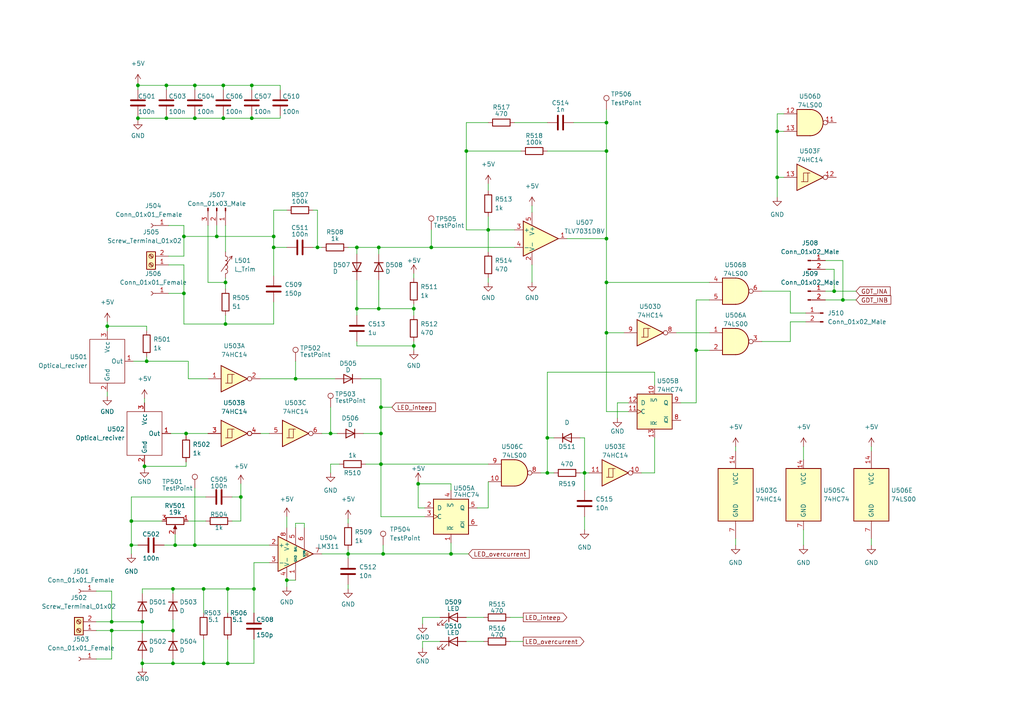
<source format=kicad_sch>
(kicad_sch (version 20211123) (generator eeschema)
  (paper "A4")
  (junction (at 73.025 24.765))
  (junction (at 110.49 134.62))
  (junction (at 40.005 24.765))
  (junction (at 32.385 182.88))
  (junction (at 41.91 135.255))
  (junction (at 79.375 68.58))
  (junction (at 56.515 158.115))
  (junction (at 120.015 100.33))
  (junction (at 225.425 38.1))
  (junction (at 175.895 43.815))
  (junction (at 42.545 104.775))
  (junction (at 66.04 170.815))
  (junction (at 95.885 125.73))
  (junction (at 41.275 180.34))
  (junction (at 62.865 68.58))
  (junction (at 120.015 89.535))
  (junction (at 64.77 34.29))
  (junction (at 59.055 192.405))
  (junction (at 109.855 71.755))
  (junction (at 175.895 69.215))
  (junction (at 66.04 192.405))
  (junction (at 141.605 66.675))
  (junction (at 121.285 140.335))
  (junction (at 158.75 127))
  (junction (at 48.26 34.29))
  (junction (at 65.405 93.98))
  (junction (at 41.275 192.405))
  (junction (at 92.075 71.755))
  (junction (at 50.165 182.88))
  (junction (at 32.385 180.34))
  (junction (at 64.77 24.765))
  (junction (at 135.255 43.815))
  (junction (at 169.545 137.16))
  (junction (at 56.515 34.29))
  (junction (at 110.49 118.11))
  (junction (at 50.165 192.405))
  (junction (at 85.725 109.855))
  (junction (at 50.8 158.115))
  (junction (at 53.34 68.58))
  (junction (at 130.81 160.655))
  (junction (at 48.26 24.765))
  (junction (at 65.405 81.915))
  (junction (at 59.055 170.815))
  (junction (at 73.025 34.29))
  (junction (at 103.505 71.755))
  (junction (at 109.855 89.535))
  (junction (at 175.895 96.52))
  (junction (at 50.165 170.815))
  (junction (at 69.85 144.145))
  (junction (at 40.005 34.29))
  (junction (at 244.475 86.995))
  (junction (at 53.975 125.73))
  (junction (at 103.505 89.535))
  (junction (at 56.515 24.765))
  (junction (at 38.1 151.13))
  (junction (at 53.34 85.09))
  (junction (at 201.93 101.6))
  (junction (at 79.375 71.755))
  (junction (at 31.115 94.615))
  (junction (at 175.895 35.56))
  (junction (at 110.49 125.73))
  (junction (at 38.1 158.115))
  (junction (at 125.095 71.755))
  (junction (at 241.935 84.455))
  (junction (at 158.75 137.16))
  (junction (at 83.185 168.275))
  (junction (at 73.66 170.815))
  (junction (at 175.895 81.915))
  (junction (at 111.125 160.655))
  (junction (at 225.425 51.435))
  (junction (at 100.965 160.655))
  (wire (pts (xy 158.75 127) (xy 158.75 137.16)))
  (wire (pts (xy 109.855 71.755) (xy 103.505 71.755)))
  (wire (pts (xy 149.225 35.56) (xy 158.75 35.56)))
  (wire (pts (xy 100.965 160.655) (xy 111.125 160.655)))
  (wire (pts (xy 66.04 192.405) (xy 59.055 192.405)))
  (wire (pts (xy 130.81 160.655) (xy 135.89 160.655)))
  (wire (pts (xy 154.305 76.835) (xy 154.305 81.915)))
  (wire (pts (xy 110.49 118.11) (xy 110.49 125.73)))
  (wire (pts (xy 175.895 96.52) (xy 180.975 96.52)))
  (wire (pts (xy 225.425 33.02) (xy 225.425 38.1)))
  (wire (pts (xy 56.515 158.115) (xy 50.8 158.115)))
  (wire (pts (xy 158.75 107.95) (xy 158.75 127)))
  (wire (pts (xy 65.405 65.405) (xy 65.405 73.025)))
  (wire (pts (xy 213.36 129.54) (xy 213.36 130.81)))
  (wire (pts (xy 32.385 171.45) (xy 27.94 171.45)))
  (wire (pts (xy 225.425 38.1) (xy 227.33 38.1)))
  (wire (pts (xy 41.91 135.255) (xy 41.91 135.89)))
  (wire (pts (xy 158.75 137.16) (xy 160.655 137.16)))
  (wire (pts (xy 169.545 137.16) (xy 170.815 137.16)))
  (wire (pts (xy 168.275 127) (xy 169.545 127)))
  (wire (pts (xy 85.725 151.765) (xy 88.265 151.765)))
  (wire (pts (xy 141.605 53.34) (xy 141.605 55.245)))
  (wire (pts (xy 32.385 182.88) (xy 32.385 191.135)))
  (wire (pts (xy 79.375 71.755) (xy 83.185 71.755)))
  (wire (pts (xy 48.895 74.295) (xy 53.34 74.295)))
  (wire (pts (xy 48.26 24.765) (xy 40.005 24.765)))
  (wire (pts (xy 50.165 182.88) (xy 50.165 183.515)))
  (wire (pts (xy 111.125 160.655) (xy 130.81 160.655)))
  (wire (pts (xy 40.005 33.655) (xy 40.005 34.29)))
  (wire (pts (xy 31.115 113.665) (xy 31.115 114.935)))
  (wire (pts (xy 147.955 179.07) (xy 151.765 179.07)))
  (wire (pts (xy 229.235 90.805) (xy 233.68 90.805)))
  (wire (pts (xy 244.475 75.565) (xy 244.475 86.995)))
  (wire (pts (xy 156.845 137.16) (xy 158.75 137.16)))
  (wire (pts (xy 65.405 80.645) (xy 65.405 81.915)))
  (wire (pts (xy 241.935 84.455) (xy 248.285 84.455)))
  (wire (pts (xy 201.93 101.6) (xy 205.74 101.6)))
  (wire (pts (xy 135.255 66.675) (xy 141.605 66.675)))
  (wire (pts (xy 64.77 34.29) (xy 56.515 34.29)))
  (wire (pts (xy 233.045 153.67) (xy 233.045 158.115)))
  (wire (pts (xy 53.975 125.73) (xy 60.325 125.73)))
  (wire (pts (xy 130.81 142.24) (xy 130.81 140.335)))
  (wire (pts (xy 53.34 68.58) (xy 62.865 68.58)))
  (wire (pts (xy 103.505 89.535) (xy 109.855 89.535)))
  (wire (pts (xy 38.1 144.145) (xy 38.1 151.13)))
  (wire (pts (xy 103.505 100.33) (xy 120.015 100.33)))
  (wire (pts (xy 32.385 182.88) (xy 50.165 182.88)))
  (wire (pts (xy 122.555 186.055) (xy 122.555 187.96)))
  (wire (pts (xy 92.075 71.755) (xy 93.345 71.755)))
  (wire (pts (xy 48.895 76.835) (xy 53.34 76.835)))
  (wire (pts (xy 81.28 34.29) (xy 73.025 34.29)))
  (wire (pts (xy 175.895 31.75) (xy 175.895 35.56)))
  (wire (pts (xy 41.275 191.135) (xy 41.275 192.405)))
  (wire (pts (xy 201.93 116.84) (xy 197.485 116.84)))
  (wire (pts (xy 38.1 158.115) (xy 38.1 160.655)))
  (wire (pts (xy 73.66 170.815) (xy 73.66 177.8)))
  (wire (pts (xy 109.855 81.28) (xy 109.855 89.535)))
  (wire (pts (xy 227.33 33.02) (xy 225.425 33.02)))
  (wire (pts (xy 50.165 170.815) (xy 50.165 172.085)))
  (wire (pts (xy 100.965 71.755) (xy 103.505 71.755)))
  (wire (pts (xy 189.865 137.16) (xy 189.865 127)))
  (wire (pts (xy 41.275 179.705) (xy 41.275 180.34)))
  (wire (pts (xy 103.505 99.06) (xy 103.505 100.33)))
  (wire (pts (xy 40.005 24.13) (xy 40.005 24.765)))
  (wire (pts (xy 38.735 104.775) (xy 42.545 104.775)))
  (wire (pts (xy 125.095 71.755) (xy 149.225 71.755)))
  (wire (pts (xy 103.505 81.28) (xy 103.505 89.535)))
  (wire (pts (xy 111.125 158.115) (xy 111.125 160.655)))
  (wire (pts (xy 41.91 134.62) (xy 41.91 135.255)))
  (wire (pts (xy 73.66 185.42) (xy 73.66 192.405)))
  (wire (pts (xy 90.805 71.755) (xy 92.075 71.755)))
  (wire (pts (xy 225.425 51.435) (xy 227.33 51.435)))
  (wire (pts (xy 229.235 99.06) (xy 220.98 99.06)))
  (wire (pts (xy 79.375 60.96) (xy 79.375 68.58)))
  (wire (pts (xy 100.965 150.495) (xy 100.965 151.765)))
  (wire (pts (xy 175.895 69.215) (xy 175.895 81.915)))
  (wire (pts (xy 93.345 160.655) (xy 100.965 160.655)))
  (wire (pts (xy 182.245 119.38) (xy 175.895 119.38)))
  (wire (pts (xy 233.045 129.54) (xy 233.045 133.35)))
  (wire (pts (xy 27.94 182.88) (xy 32.385 182.88)))
  (wire (pts (xy 135.255 186.055) (xy 140.335 186.055)))
  (wire (pts (xy 123.19 149.86) (xy 110.49 149.86)))
  (wire (pts (xy 100.965 159.385) (xy 100.965 160.655)))
  (wire (pts (xy 186.055 137.16) (xy 189.865 137.16)))
  (wire (pts (xy 100.965 160.655) (xy 100.965 161.925)))
  (wire (pts (xy 252.73 156.21) (xy 252.73 158.115)))
  (wire (pts (xy 65.405 81.915) (xy 65.405 83.82)))
  (wire (pts (xy 62.865 65.405) (xy 62.865 68.58)))
  (wire (pts (xy 141.605 81.915) (xy 141.605 80.645)))
  (wire (pts (xy 103.505 71.755) (xy 103.505 73.66)))
  (wire (pts (xy 141.605 66.675) (xy 149.225 66.675)))
  (wire (pts (xy 104.775 109.855) (xy 110.49 109.855)))
  (wire (pts (xy 109.855 71.755) (xy 125.095 71.755)))
  (wire (pts (xy 175.895 96.52) (xy 175.895 119.38)))
  (wire (pts (xy 48.26 24.765) (xy 48.26 26.035)))
  (wire (pts (xy 83.185 149.86) (xy 83.185 153.035)))
  (wire (pts (xy 60.325 65.405) (xy 60.325 81.915)))
  (wire (pts (xy 65.405 91.44) (xy 65.405 93.98)))
  (wire (pts (xy 42.545 95.885) (xy 42.545 94.615)))
  (wire (pts (xy 62.865 68.58) (xy 79.375 68.58)))
  (wire (pts (xy 73.025 24.765) (xy 73.025 26.035)))
  (wire (pts (xy 166.37 35.56) (xy 175.895 35.56)))
  (wire (pts (xy 130.81 140.335) (xy 121.285 140.335)))
  (wire (pts (xy 48.26 24.765) (xy 56.515 24.765)))
  (wire (pts (xy 88.265 151.765) (xy 88.265 153.035)))
  (wire (pts (xy 109.855 71.755) (xy 109.855 73.66)))
  (wire (pts (xy 121.285 147.32) (xy 123.19 147.32)))
  (wire (pts (xy 38.1 158.115) (xy 40.005 158.115)))
  (wire (pts (xy 95.885 134.62) (xy 95.885 137.16)))
  (wire (pts (xy 66.04 185.42) (xy 66.04 192.405)))
  (wire (pts (xy 32.385 191.135) (xy 27.94 191.135)))
  (wire (pts (xy 53.34 74.295) (xy 53.34 68.58)))
  (wire (pts (xy 73.025 33.655) (xy 73.025 34.29)))
  (wire (pts (xy 59.055 185.42) (xy 59.055 192.405)))
  (wire (pts (xy 49.53 125.73) (xy 53.975 125.73)))
  (wire (pts (xy 229.235 93.345) (xy 229.235 99.06)))
  (wire (pts (xy 69.85 140.335) (xy 69.85 144.145)))
  (wire (pts (xy 169.545 137.16) (xy 169.545 142.24)))
  (wire (pts (xy 54.61 109.855) (xy 54.61 104.775)))
  (wire (pts (xy 175.895 43.815) (xy 175.895 69.215)))
  (wire (pts (xy 95.885 125.73) (xy 97.79 125.73)))
  (wire (pts (xy 75.565 109.855) (xy 85.725 109.855)))
  (wire (pts (xy 93.345 125.73) (xy 95.885 125.73)))
  (wire (pts (xy 105.41 125.73) (xy 110.49 125.73)))
  (wire (pts (xy 78.105 163.195) (xy 73.66 163.195)))
  (wire (pts (xy 138.43 147.32) (xy 141.605 147.32)))
  (wire (pts (xy 196.215 96.52) (xy 205.74 96.52)))
  (wire (pts (xy 239.395 86.995) (xy 244.475 86.995)))
  (wire (pts (xy 241.935 78.105) (xy 241.935 84.455)))
  (wire (pts (xy 47.625 158.115) (xy 50.8 158.115)))
  (wire (pts (xy 50.165 170.815) (xy 59.055 170.815)))
  (wire (pts (xy 158.75 43.815) (xy 175.895 43.815)))
  (wire (pts (xy 66.04 177.8) (xy 66.04 170.815)))
  (wire (pts (xy 241.935 84.455) (xy 239.395 84.455)))
  (wire (pts (xy 154.305 59.69) (xy 154.305 61.595)))
  (wire (pts (xy 53.34 85.09) (xy 48.895 85.09)))
  (wire (pts (xy 179.07 116.84) (xy 179.07 121.285)))
  (wire (pts (xy 56.515 24.765) (xy 64.77 24.765)))
  (wire (pts (xy 83.185 60.96) (xy 79.375 60.96)))
  (wire (pts (xy 56.515 141.605) (xy 56.515 158.115)))
  (wire (pts (xy 48.26 34.29) (xy 40.005 34.29)))
  (wire (pts (xy 141.605 73.025) (xy 141.605 66.675)))
  (wire (pts (xy 41.275 172.085) (xy 41.275 170.815)))
  (wire (pts (xy 42.545 104.775) (xy 42.545 103.505)))
  (wire (pts (xy 73.66 163.195) (xy 73.66 170.815)))
  (wire (pts (xy 81.28 33.655) (xy 81.28 34.29)))
  (wire (pts (xy 205.74 86.995) (xy 201.93 86.995)))
  (wire (pts (xy 54.61 104.775) (xy 42.545 104.775)))
  (wire (pts (xy 135.255 35.56) (xy 135.255 43.815)))
  (wire (pts (xy 53.34 65.405) (xy 48.895 65.405)))
  (wire (pts (xy 121.285 140.335) (xy 121.285 147.32)))
  (wire (pts (xy 27.94 180.34) (xy 32.385 180.34)))
  (wire (pts (xy 48.26 33.655) (xy 48.26 34.29)))
  (wire (pts (xy 40.005 34.29) (xy 40.005 34.925)))
  (wire (pts (xy 67.31 144.145) (xy 69.85 144.145)))
  (wire (pts (xy 233.68 93.345) (xy 229.235 93.345)))
  (wire (pts (xy 40.005 24.765) (xy 40.005 26.035)))
  (wire (pts (xy 41.275 180.34) (xy 41.275 183.515)))
  (wire (pts (xy 56.515 33.655) (xy 56.515 34.29)))
  (wire (pts (xy 110.49 125.73) (xy 110.49 134.62)))
  (wire (pts (xy 239.395 78.105) (xy 241.935 78.105)))
  (wire (pts (xy 125.095 66.675) (xy 125.095 71.755)))
  (wire (pts (xy 182.245 116.84) (xy 179.07 116.84)))
  (wire (pts (xy 90.805 60.96) (xy 92.075 60.96)))
  (wire (pts (xy 141.605 35.56) (xy 135.255 35.56)))
  (wire (pts (xy 175.895 81.915) (xy 175.895 96.52)))
  (wire (pts (xy 127.635 179.07) (xy 122.555 179.07)))
  (wire (pts (xy 50.165 191.135) (xy 50.165 192.405)))
  (wire (pts (xy 42.545 94.615) (xy 31.115 94.615)))
  (wire (pts (xy 169.545 127) (xy 169.545 137.16)))
  (wire (pts (xy 95.885 118.11) (xy 95.885 125.73)))
  (wire (pts (xy 109.855 89.535) (xy 120.015 89.535)))
  (wire (pts (xy 79.375 80.01) (xy 79.375 71.755)))
  (wire (pts (xy 189.865 111.76) (xy 189.865 107.95)))
  (wire (pts (xy 31.115 93.345) (xy 31.115 94.615)))
  (wire (pts (xy 110.49 109.855) (xy 110.49 118.11)))
  (wire (pts (xy 169.545 149.86) (xy 169.545 153.67)))
  (wire (pts (xy 213.36 156.21) (xy 213.36 158.115)))
  (wire (pts (xy 79.375 68.58) (xy 79.375 71.755)))
  (wire (pts (xy 225.425 51.435) (xy 225.425 57.15)))
  (wire (pts (xy 56.515 34.29) (xy 48.26 34.29)))
  (wire (pts (xy 56.515 158.115) (xy 78.105 158.115)))
  (wire (pts (xy 85.725 104.775) (xy 85.725 109.855)))
  (wire (pts (xy 225.425 38.1) (xy 225.425 51.435)))
  (wire (pts (xy 168.275 137.16) (xy 169.545 137.16)))
  (wire (pts (xy 64.77 33.655) (xy 64.77 34.29)))
  (wire (pts (xy 83.185 168.275) (xy 83.185 170.18)))
  (wire (pts (xy 79.375 93.98) (xy 79.375 87.63)))
  (wire (pts (xy 65.405 93.98) (xy 53.34 93.98)))
  (wire (pts (xy 32.385 180.34) (xy 41.275 180.34)))
  (wire (pts (xy 229.235 84.455) (xy 229.235 90.805)))
  (wire (pts (xy 53.975 125.73) (xy 53.975 126.365)))
  (wire (pts (xy 220.98 84.455) (xy 229.235 84.455)))
  (wire (pts (xy 32.385 171.45) (xy 32.385 180.34)))
  (wire (pts (xy 53.975 135.255) (xy 41.91 135.255)))
  (wire (pts (xy 60.325 81.915) (xy 65.405 81.915)))
  (wire (pts (xy 103.505 89.535) (xy 103.505 91.44)))
  (wire (pts (xy 85.725 153.035) (xy 85.725 151.765)))
  (wire (pts (xy 158.75 127) (xy 160.655 127)))
  (wire (pts (xy 64.77 24.765) (xy 73.025 24.765)))
  (wire (pts (xy 38.1 151.13) (xy 46.99 151.13)))
  (wire (pts (xy 73.025 34.29) (xy 64.77 34.29)))
  (wire (pts (xy 127.635 186.055) (xy 122.555 186.055)))
  (wire (pts (xy 151.13 43.815) (xy 135.255 43.815)))
  (wire (pts (xy 120.015 88.265) (xy 120.015 89.535)))
  (wire (pts (xy 121.285 139.7) (xy 121.285 140.335)))
  (wire (pts (xy 41.91 115.57) (xy 41.91 116.84)))
  (wire (pts (xy 50.165 179.705) (xy 50.165 182.88)))
  (wire (pts (xy 147.955 186.055) (xy 151.765 186.055)))
  (wire (pts (xy 53.34 76.835) (xy 53.34 85.09)))
  (wire (pts (xy 73.025 24.765) (xy 81.28 24.765)))
  (wire (pts (xy 201.93 101.6) (xy 201.93 116.84)))
  (wire (pts (xy 92.075 60.96) (xy 92.075 71.755)))
  (wire (pts (xy 81.28 26.035) (xy 81.28 24.765)))
  (wire (pts (xy 120.015 79.375) (xy 120.015 80.645)))
  (wire (pts (xy 252.73 129.54) (xy 252.73 130.81)))
  (wire (pts (xy 106.045 134.62) (xy 110.49 134.62)))
  (wire (pts (xy 50.8 158.115) (xy 50.8 154.94)))
  (wire (pts (xy 120.015 100.33) (xy 120.015 101.6)))
  (wire (pts (xy 120.015 89.535) (xy 120.015 91.44)))
  (wire (pts (xy 59.055 192.405) (xy 50.165 192.405)))
  (wire (pts (xy 141.605 62.865) (xy 141.605 66.675)))
  (wire (pts (xy 64.77 24.765) (xy 64.77 26.035)))
  (wire (pts (xy 122.555 179.07) (xy 122.555 180.975)))
  (wire (pts (xy 201.93 86.995) (xy 201.93 101.6)))
  (wire (pts (xy 50.165 192.405) (xy 41.275 192.405)))
  (wire (pts (xy 135.255 43.815) (xy 135.255 66.675)))
  (wire (pts (xy 83.185 168.275) (xy 85.725 168.275)))
  (wire (pts (xy 189.865 107.95) (xy 158.75 107.95)))
  (wire (pts (xy 244.475 86.995) (xy 248.285 86.995)))
  (wire (pts (xy 31.115 94.615) (xy 31.115 95.885)))
  (wire (pts (xy 41.275 192.405) (xy 41.275 193.675)))
  (wire (pts (xy 38.1 144.145) (xy 59.69 144.145)))
  (wire (pts (xy 120.015 100.33) (xy 120.015 99.06)))
  (wire (pts (xy 56.515 26.035) (xy 56.515 24.765)))
  (wire (pts (xy 98.425 134.62) (xy 95.885 134.62)))
  (wire (pts (xy 59.055 170.815) (xy 66.04 170.815)))
  (wire (pts (xy 38.1 151.13) (xy 38.1 158.115)))
  (wire (pts (xy 60.325 109.855) (xy 54.61 109.855)))
  (wire (pts (xy 53.975 133.985) (xy 53.975 135.255)))
  (wire (pts (xy 130.81 160.655) (xy 130.81 157.48)))
  (wire (pts (xy 53.34 93.98) (xy 53.34 85.09)))
  (wire (pts (xy 110.49 118.11) (xy 113.665 118.11)))
  (wire (pts (xy 175.895 69.215) (xy 164.465 69.215)))
  (wire (pts (xy 75.565 125.73) (xy 78.105 125.73)))
  (wire (pts (xy 53.34 68.58) (xy 53.34 65.405)))
  (wire (pts (xy 141.605 147.32) (xy 141.605 139.7)))
  (wire (pts (xy 65.405 93.98) (xy 79.375 93.98)))
  (wire (pts (xy 85.725 109.855) (xy 97.155 109.855)))
  (wire (pts (xy 135.255 179.07) (xy 140.335 179.07)))
  (wire (pts (xy 69.85 151.13) (xy 67.31 151.13)))
  (wire (pts (xy 110.49 134.62) (xy 141.605 134.62)))
  (wire (pts (xy 54.61 151.13) (xy 59.69 151.13)))
  (wire (pts (xy 59.055 177.8) (xy 59.055 170.815)))
  (wire (pts (xy 239.395 75.565) (xy 244.475 75.565)))
  (wire (pts (xy 69.85 144.145) (xy 69.85 151.13)))
  (wire (pts (xy 175.895 35.56) (xy 175.895 43.815)))
  (wire (pts (xy 110.49 149.86) (xy 110.49 134.62)))
  (wire (pts (xy 73.66 192.405) (xy 66.04 192.405)))
  (wire (pts (xy 41.275 170.815) (xy 50.165 170.815)))
  (wire (pts (xy 205.74 81.915) (xy 175.895 81.915)))
  (wire (pts (xy 66.04 170.815) (xy 73.66 170.815)))
  (wire (pts (xy 100.965 169.545) (xy 100.965 170.815)))
  (global_label "LED_inteep" (shape input) (at 113.665 118.11 0) (property "Intersheet References" "${INTERSHEET_REFS}" (effects hide)))
  (global_label "GDT_INB" (shape input) (at 248.285 86.995 0) (property "Intersheet References" "${INTERSHEET_REFS}" (effects hide)))
  (global_label "LED_overcurrent" (shape output) (at 151.765 186.055 0) (property "Intersheet References" "${INTERSHEET_REFS}" (effects hide)))
  (global_label "GDT_INA" (shape input) (at 248.285 84.455 0) (property "Intersheet References" "${INTERSHEET_REFS}" (effects hide)))
  (global_label "LED_overcurrent" (shape input) (at 135.89 160.655 0) (property "Intersheet References" "${INTERSHEET_REFS}" (effects hide)))
  (global_label "LED_inteep" (shape output) (at 151.765 179.07 0) (property "Intersheet References" "${INTERSHEET_REFS}" (effects hide)))
  (symbol (lib_id "Device:R") (at 120.015 84.455 0) (unit 1)
    (property "Reference" "R511" (at 121.92 83.1849 0) (effects (justify left)))
    (property "Value" "1k" (at 121.92 85.7249 0) (effects (justify left)))
    (property "Footprint" "Resistor_SMD:R_0805_2012Metric" (effects hide))
  )
  (symbol (lib_id "Device:R") (at 102.235 134.62 90) (unit 1)
    (property "Reference" "R510" (at 102.235 137.16 90))
    (property "Value" "1k" (at 102.235 132.08 90))
    (property "Footprint" "Resistor_SMD:R_0805_2012Metric" (effects hide))
  )
  (symbol (lib_id "power:GND") (at 213.36 158.115 0) (unit 1)
    (property "Reference" "#PWR0527" (effects hide))
    (property "Value" "GND" (at 213.36 163.195 0))
  )
  (symbol (lib_id "power:GND") (at 225.425 57.15 0) (unit 1)
    (property "Reference" "#PWR0528" (effects hide))
    (property "Value" "GND" (at 225.425 62.23 0))
  )
  (symbol (lib_id "Device:C") (at 48.26 29.845 0) (unit 1)
    (property "Reference" "C503" (at 48.895 27.94 0) (effects (justify left)))
    (property "Value" "100n" (at 48.895 32.385 0) (effects (justify left)))
    (property "Footprint" "Capacitor_SMD:C_0805_2012Metric" (effects hide))
  )
  (symbol (lib_id "74xx:74LS00") (at 149.225 137.16 0) (unit 3)
    (property "Reference" "U506" (at 148.59 129.54 0))
    (property "Value" "74LS00" (at 149.225 132.08 0))
    (property "Footprint" "Package_SO:SO-14_3.9x8.65mm_P1.27mm" (effects hide))
    (property "Datasheet" "http://www.ti.com/lit/gpn/sn74ls00" (effects hide))
  )
  (symbol (lib_id "Device:LED") (at 131.445 179.07 0) (unit 1)
    (property "Reference" "D509" (at 131.445 174.625 0))
    (property "Value" "LED" (at 131.445 176.53 0))
  )
  (symbol (lib_id "Device:R") (at 59.055 181.61 0) (unit 1)
    (property "Reference" "R503" (at 59.055 177.8 0) (effects (justify left)))
    (property "Value" "5.1" (at 60.325 179.705 0) (effects (justify left)))
    (property "Footprint" "Resistor_SMD:R_0805_2012Metric" (effects hide))
  )
  (symbol (lib_id "Fiber_Optic:Optical_reciver") (at 41.91 125.73 0) (unit 1)
    (property "Reference" "U502" (at 36.195 124.4599 0) (effects (justify right)))
    (property "Value" "Optical_reciver" (at 36.195 126.9999 0) (effects (justify right)))
    (property "Footprint" "OptoDevice:PLT135" (effects hide))
  )
  (symbol (lib_id "Device:R") (at 53.975 130.175 0) (unit 1)
    (property "Reference" "R502" (at 55.88 128.9049 0) (effects (justify left)))
    (property "Value" "1k" (at 55.88 131.4449 0) (effects (justify left)))
    (property "Footprint" "Resistor_SMD:R_0805_2012Metric" (effects hide))
  )
  (symbol (lib_id "Connector:Screw_Terminal_01x02") (at 43.815 76.835 180) (unit 1)
    (property "Reference" "J505" (at 43.815 67.31 0))
    (property "Value" "Screw_Terminal_01x02" (at 41.91 69.85 0))
    (property "Footprint" "TerminalBlock:TerminalBlock_Altech_AK300-2_P5.00mm" (effects hide))
  )
  (symbol (lib_id "Device:R") (at 144.145 179.07 90) (unit 1)
    (property "Reference" "R515" (at 144.145 175.26 90))
    (property "Value" "470" (at 144.145 177.165 90))
  )
  (symbol (lib_id "Connector:TestPoint") (at 125.095 66.675 0) (unit 1)
    (property "Reference" "TP505" (at 126.365 63.5 0) (effects (justify left)))
    (property "Value" "TestPoint" (at 125.73 65.405 0) (effects (justify left)))
    (property "Footprint" "TestPoint:TestPoint_Loop_D2.50mm_Drill1.0mm" (effects hide))
  )
  (symbol (lib_id "74xx:74HC74") (at 189.865 119.38 0) (unit 2)
    (property "Reference" "U505" (at 190.5 110.49 0) (effects (justify left)))
    (property "Value" "74HC74" (at 190.5 113.03 0) (effects (justify left)))
    (property "Footprint" "Package_SO:SO-14_3.9x8.65mm_P1.27mm" (effects hide))
    (property "Datasheet" "74xx/74hc_hct74.pdf" (effects hide))
  )
  (symbol (lib_id "Device:LED") (at 131.445 186.055 0) (unit 1)
    (property "Reference" "D510" (at 131.445 181.61 0))
    (property "Value" "LED" (at 131.445 183.515 0))
  )
  (symbol (lib_id "Device:D") (at 50.165 187.325 270) (unit 1)
    (property "Reference" "D504" (at 52.07 186.055 90) (effects (justify left)))
    (property "Value" "D" (at 52.07 188.595 90) (effects (justify left)))
    (property "Footprint" "Diode_SMD:D_0805_2012Metric" (effects hide))
  )
  (symbol (lib_id "power:+5V") (at 41.91 115.57 0) (unit 1)
    (property "Reference" "#PWR0507" (effects hide))
    (property "Value" "+5V" (at 41.91 109.855 0))
  )
  (symbol (lib_id "74xx:74HC14") (at 234.95 51.435 0) (unit 6)
    (property "Reference" "U503" (at 234.95 43.815 0))
    (property "Value" "74HC14" (at 234.95 46.355 0))
    (property "Footprint" "Package_SO:SO-14_3.9x8.65mm_P1.27mm" (effects hide))
    (property "Datasheet" "http://www.ti.com/lit/gpn/sn74HC14" (effects hide))
  )
  (symbol (lib_id "Device:R") (at 66.04 181.61 0) (unit 1)
    (property "Reference" "R506" (at 66.675 177.8 0) (effects (justify left)))
    (property "Value" "5.1" (at 67.31 179.705 0) (effects (justify left)))
    (property "Footprint" "Resistor_SMD:R_1206_3216Metric" (effects hide))
  )
  (symbol (lib_id "Device:D") (at 41.275 175.895 270) (unit 1)
    (property "Reference" "D501" (at 43.18 174.625 90) (effects (justify left)))
    (property "Value" "D" (at 43.18 177.165 90) (effects (justify left)))
    (property "Footprint" "Diode_SMD:D_0805_2012Metric" (effects hide))
  )
  (symbol (lib_id "Device:L_Trim") (at 65.405 76.835 0) (unit 1)
    (property "Reference" "L501" (at 67.945 75.5649 0) (effects (justify left)))
    (property "Value" "L_Trim" (at 67.945 78.1049 0) (effects (justify left)))
    (property "Footprint" "Inductor_THT:L_Radial_D7.5mm_P5.00mm_Fastron_07P" (effects hide))
  )
  (symbol (lib_id "Device:C") (at 73.66 181.61 0) (unit 1)
    (property "Reference" "C508" (at 74.295 179.705 0) (effects (justify left)))
    (property "Value" "150p" (at 74.295 184.15 0) (effects (justify left)))
    (property "Footprint" "Capacitor_SMD:C_0805_2012Metric" (effects hide))
  )
  (symbol (lib_id "Connector:Conn_01x02_Male") (at 234.315 84.455 0) (unit 1)
    (property "Reference" "J509" (at 234.95 79.375 0))
    (property "Value" "Conn_01x02_Male" (at 234.95 81.915 0))
    (property "Footprint" "Connector_PinHeader_2.54mm:PinHeader_1x02_P2.54mm_Vertical" (effects hide))
  )
  (symbol (lib_id "Device:R") (at 63.5 151.13 90) (unit 1)
    (property "Reference" "R504" (at 63.5 149.225 90))
    (property "Value" "1k" (at 63.5 153.035 90))
    (property "Footprint" "Resistor_SMD:R_0805_2012Metric" (effects hide))
  )
  (symbol (lib_id "Device:R") (at 141.605 59.055 0) (unit 1)
    (property "Reference" "R513" (at 143.51 57.7849 0) (effects (justify left)))
    (property "Value" "1k" (at 143.51 60.3249 0) (effects (justify left)))
    (property "Footprint" "Resistor_SMD:R_0805_2012Metric" (effects hide))
  )
  (symbol (lib_id "power:+5V") (at 252.73 129.54 0) (unit 1)
    (property "Reference" "#PWR0531" (effects hide))
    (property "Value" "+5V" (at 252.73 123.825 0))
  )
  (symbol (lib_id "Device:D") (at 109.855 77.47 270) (unit 1)
    (property "Reference" "D508" (at 111.76 76.835 90) (effects (justify left)))
    (property "Value" "D" (at 111.76 78.74 90) (effects (justify left)))
    (property "Footprint" "Diode_SMD:D_0805_2012Metric" (effects hide))
  )
  (symbol (lib_id "Device:R") (at 100.965 155.575 0) (unit 1)
    (property "Reference" "R509" (at 102.87 154.3049 0) (effects (justify left)))
    (property "Value" "1k" (at 102.87 156.8449 0) (effects (justify left)))
    (property "Footprint" "Resistor_SMD:R_0805_2012Metric" (effects hide))
  )
  (symbol (lib_id "Device:R") (at 164.465 137.16 90) (unit 1)
    (property "Reference" "R519" (at 164.465 140.335 90))
    (property "Value" "470" (at 164.465 134.62 90))
    (property "Footprint" "Resistor_SMD:R_0805_2012Metric" (effects hide))
  )
  (symbol (lib_id "power:+5V") (at 69.85 140.335 0) (unit 1)
    (property "Reference" "#PWR0509" (effects hide))
    (property "Value" "+5V" (at 69.85 135.255 0))
  )
  (symbol (lib_id "Connector:Screw_Terminal_01x02") (at 22.86 182.88 180) (unit 1)
    (property "Reference" "J502" (at 22.86 173.355 0))
    (property "Value" "Screw_Terminal_01x02" (at 22.86 175.895 0))
    (property "Footprint" "TerminalBlock:TerminalBlock_Altech_AK300-2_P5.00mm" (effects hide))
  )
  (symbol (lib_id "power:GND") (at 179.07 121.285 0) (unit 1)
    (property "Reference" "#PWR0525" (effects hide))
    (property "Value" "GND" (at 179.07 125.095 0))
  )
  (symbol (lib_id "Connector:Conn_01x01_Female") (at 43.815 65.405 180) (unit 1)
    (property "Reference" "J504" (at 44.45 59.69 0))
    (property "Value" "Conn_01x01_Female" (at 43.18 62.23 0))
    (property "Footprint" "Connector_PinHeader_2.54mm:PinHeader_1x01_P2.54mm_Vertical" (effects hide))
  )
  (symbol (lib_id "power:GND") (at 100.965 170.815 0) (unit 1)
    (property "Reference" "#PWR0514" (effects hide))
    (property "Value" "GND" (at 100.965 175.26 0))
  )
  (symbol (lib_id "power:+5V") (at 154.305 59.69 0) (unit 1)
    (property "Reference" "#PWR0522" (effects hide))
    (property "Value" "+5V" (at 154.305 53.975 0))
  )
  (symbol (lib_id "power:GND") (at 169.545 153.67 0) (unit 1)
    (property "Reference" "#PWR0524" (effects hide))
    (property "Value" "GND" (at 169.545 158.75 0))
  )
  (symbol (lib_id "Device:R") (at 86.995 60.96 90) (unit 1)
    (property "Reference" "R507" (at 86.995 56.515 90))
    (property "Value" "100k" (at 86.995 58.42 90))
    (property "Footprint" "Resistor_SMD:R_0805_2012Metric" (effects hide))
  )
  (symbol (lib_id "power:+5V") (at 121.285 139.7 0) (unit 1)
    (property "Reference" "#PWR0517" (effects hide))
    (property "Value" "+5V" (at 121.285 135.89 0))
  )
  (symbol (lib_id "power:GND") (at 41.275 193.675 0) (unit 1)
    (property "Reference" "#PWR0506" (effects hide))
    (property "Value" "GND" (at 41.275 196.85 0))
  )
  (symbol (lib_id "Device:C") (at 86.995 71.755 90) (unit 1)
    (property "Reference" "C511" (at 86.995 66.04 90))
    (property "Value" "100n" (at 86.995 67.945 90))
    (property "Footprint" "Capacitor_SMD:C_0805_2012Metric" (effects hide))
  )
  (symbol (lib_id "Device:C") (at 73.025 29.845 0) (unit 1)
    (property "Reference" "C507" (at 73.66 27.94 0) (effects (justify left)))
    (property "Value" "100n" (at 73.66 32.385 0) (effects (justify left)))
    (property "Footprint" "Capacitor_SMD:C_0805_2012Metric" (effects hide))
  )
  (symbol (lib_id "74xx:74LS00") (at 234.95 35.56 0) (unit 4)
    (property "Reference" "U506" (at 234.95 27.94 0))
    (property "Value" "74LS00" (at 234.95 30.48 0))
    (property "Footprint" "Package_SO:SO-14_3.9x8.65mm_P1.27mm" (effects hide))
    (property "Datasheet" "http://www.ti.com/lit/gpn/sn74ls00" (effects hide))
  )
  (symbol (lib_id "Device:D") (at 50.165 175.895 270) (unit 1)
    (property "Reference" "D503" (at 52.07 174.625 90) (effects (justify left)))
    (property "Value" "D" (at 52.07 177.165 90) (effects (justify left)))
    (property "Footprint" "Diode_SMD:D_0805_2012Metric" (effects hide))
  )
  (symbol (lib_id "Device:R") (at 42.545 99.695 0) (unit 1)
    (property "Reference" "R501" (at 44.45 98.4249 0) (effects (justify left)))
    (property "Value" "1k" (at 44.45 100.9649 0) (effects (justify left)))
    (property "Footprint" "Resistor_SMD:R_0805_2012Metric" (effects hide))
  )
  (symbol (lib_id "Device:C") (at 169.545 146.05 0) (unit 1)
    (property "Reference" "C515" (at 172.72 144.7799 0) (effects (justify left)))
    (property "Value" "10n" (at 172.72 147.3199 0) (effects (justify left)))
    (property "Footprint" "Capacitor_SMD:C_0805_2012Metric" (effects hide))
  )
  (symbol (lib_id "power:GND") (at 31.115 114.935 0) (unit 1)
    (property "Reference" "#PWR0502" (effects hide))
    (property "Value" "GND" (at 31.115 119.38 0))
  )
  (symbol (lib_id "power:+5V") (at 100.965 150.495 0) (unit 1)
    (property "Reference" "#PWR0513" (effects hide))
    (property "Value" "+5V" (at 100.965 144.78 0))
  )
  (symbol (lib_id "Connector:Conn_01x01_Female") (at 22.86 191.135 180) (unit 1)
    (property "Reference" "J503" (at 23.495 185.42 0))
    (property "Value" "Conn_01x01_Female" (at 23.495 187.96 0))
    (property "Footprint" "Connector_PinHeader_2.54mm:PinHeader_1x01_P2.54mm_Vertical" (effects hide))
  )
  (symbol (lib_id "Device:C") (at 162.56 35.56 90) (unit 1)
    (property "Reference" "C514" (at 162.56 29.845 90))
    (property "Value" "1n" (at 162.56 31.75 90))
    (property "Footprint" "Capacitor_SMD:C_0805_2012Metric" (effects hide))
  )
  (symbol (lib_id "Device:D") (at 41.275 187.325 270) (unit 1)
    (property "Reference" "D502" (at 43.18 186.055 90) (effects (justify left)))
    (property "Value" "D" (at 43.18 188.595 90) (effects (justify left)))
    (property "Footprint" "Diode_SMD:D_0805_2012Metric" (effects hide))
  )
  (symbol (lib_id "74xx:74HC14") (at 85.725 125.73 0) (unit 3)
    (property "Reference" "U503" (at 85.725 116.84 0))
    (property "Value" "74HC14" (at 85.725 119.38 0))
    (property "Footprint" "Package_SO:SO-14_3.9x8.65mm_P1.27mm" (effects hide))
    (property "Datasheet" "http://www.ti.com/lit/gpn/sn74HC14" (effects hide))
  )
  (symbol (lib_id "Connector:Conn_01x02_Male") (at 234.315 75.565 0) (unit 1)
    (property "Reference" "J508" (at 234.95 70.485 0))
    (property "Value" "Conn_01x02_Male" (at 234.95 73.025 0))
    (property "Footprint" "Connector_PinHeader_2.54mm:PinHeader_1x02_P2.54mm_Vertical" (effects hide))
  )
  (symbol (lib_id "Device:R") (at 144.145 186.055 90) (unit 1)
    (property "Reference" "R516" (at 144.145 182.245 90))
    (property "Value" "470" (at 144.145 184.15 90))
  )
  (symbol (lib_id "power:+5V") (at 213.36 129.54 0) (unit 1)
    (property "Reference" "#PWR0526" (effects hide))
    (property "Value" "+5V" (at 213.36 123.825 0))
  )
  (symbol (lib_id "Device:C") (at 43.815 158.115 90) (unit 1)
    (property "Reference" "C502" (at 43.815 154.94 90))
    (property "Value" "100n" (at 43.815 161.925 90))
    (property "Footprint" "Capacitor_SMD:C_0805_2012Metric" (effects hide))
  )
  (symbol (lib_id "Device:D") (at 100.965 109.855 180) (unit 1)
    (property "Reference" "D505" (at 100.965 105.41 0))
    (property "Value" "D" (at 100.965 107.315 0))
    (property "Footprint" "Diode_SMD:D_0805_2012Metric" (effects hide))
  )
  (symbol (lib_id "Device:C") (at 81.28 29.845 0) (unit 1)
    (property "Reference" "C510" (at 81.915 27.94 0) (effects (justify left)))
    (property "Value" "100n" (at 81.915 32.385 0) (effects (justify left)))
    (property "Footprint" "Capacitor_SMD:C_0805_2012Metric" (effects hide))
  )
  (symbol (lib_id "Device:R") (at 145.415 35.56 90) (unit 1)
    (property "Reference" "R517" (at 145.415 31.115 90))
    (property "Value" "470" (at 145.415 33.02 90))
    (property "Footprint" "Resistor_SMD:R_0805_2012Metric" (effects hide))
  )
  (symbol (lib_id "Connector:TestPoint") (at 175.895 31.75 0) (unit 1)
    (property "Reference" "TP506" (at 177.165 27.305 0) (effects (justify left)))
    (property "Value" "TestPoint" (at 177.165 29.845 0) (effects (justify left)))
    (property "Footprint" "TestPoint:TestPoint_Loop_D2.50mm_Drill1.0mm" (effects hide))
  )
  (symbol (lib_id "Comparator:LM311") (at 85.725 160.655 0) (unit 1)
    (property "Reference" "U504" (at 95.25 155.956 0))
    (property "Value" "LM311" (at 95.25 158.496 0))
    (property "Footprint" "Package_SO:SO-8_3.9x4.9mm_P1.27mm" (effects hide))
    (property "Datasheet" "https://www.st.com/resource/en/datasheet/lm311.pdf" (effects hide))
  )
  (symbol (lib_id "Device:C") (at 100.965 165.735 0) (unit 1)
    (property "Reference" "C512" (at 104.14 164.4649 0) (effects (justify left)))
    (property "Value" "10n" (at 104.14 167.0049 0) (effects (justify left)))
    (property "Footprint" "Capacitor_SMD:C_0805_2012Metric" (effects hide))
  )
  (symbol (lib_id "Device:R") (at 141.605 76.835 0) (unit 1)
    (property "Reference" "R514" (at 143.51 75.5649 0) (effects (justify left)))
    (property "Value" "470" (at 143.51 78.1049 0) (effects (justify left)))
    (property "Footprint" "Resistor_SMD:R_0805_2012Metric" (effects hide))
  )
  (symbol (lib_id "power:GND") (at 120.015 101.6 0) (unit 1)
    (property "Reference" "#PWR0516" (effects hide))
    (property "Value" "GND" (at 120.015 106.045 0))
  )
  (symbol (lib_id "Device:R") (at 120.015 95.25 0) (unit 1)
    (property "Reference" "R512" (at 121.92 93.9799 0) (effects (justify left)))
    (property "Value" "470" (at 121.92 96.5199 0) (effects (justify left)))
    (property "Footprint" "Resistor_SMD:R_0805_2012Metric" (effects hide))
  )
  (symbol (lib_id "power:GND") (at 122.555 187.96 0) (unit 1)
    (property "Reference" "#PWR0519" (effects hide))
    (property "Value" "GND" (at 122.555 191.77 0))
  )
  (symbol (lib_id "Device:C") (at 79.375 83.82 0) (unit 1)
    (property "Reference" "C509" (at 82.55 82.5499 0) (effects (justify left)))
    (property "Value" "150p" (at 82.55 85.0899 0) (effects (justify left)))
    (property "Footprint" "Capacitor_SMD:C_0805_2012Metric" (effects hide))
  )
  (symbol (lib_id "Connector:Conn_01x02_Male") (at 238.76 90.805 0) (mirror y) (unit 1)
    (property "Reference" "J510" (at 240.03 90.8049 0) (effects (justify right)))
    (property "Value" "Conn_01x02_Male" (at 240.03 93.3449 0) (effects (justify right)))
    (property "Footprint" "Connector_PinHeader_2.54mm:PinHeader_1x02_P2.54mm_Vertical" (effects hide))
  )
  (symbol (lib_id "Comparator:TLV7031DBV") (at 156.845 69.215 0) (unit 1)
    (property "Reference" "U507" (at 169.545 64.516 0))
    (property "Value" "TLV7031DBV" (at 169.545 67.056 0))
    (property "Footprint" "Package_TO_SOT_SMD:SOT-23-5" (effects hide))
    (property "Datasheet" "https://www.ti.com/lit/ds/symlink/tlv7031.pdf" (effects hide))
  )
  (symbol (lib_id "power:+5V") (at 233.045 129.54 0) (unit 1)
    (property "Reference" "#PWR0529" (effects hide))
    (property "Value" "+5V" (at 233.045 123.825 0))
  )
  (symbol (lib_id "Device:R") (at 154.94 43.815 90) (unit 1)
    (property "Reference" "R518" (at 154.94 39.37 90))
    (property "Value" "100k" (at 154.94 41.275 90))
    (property "Footprint" "Resistor_SMD:R_0805_2012Metric" (effects hide))
  )
  (symbol (lib_id "Device:C") (at 63.5 144.145 90) (unit 1)
    (property "Reference" "C505" (at 63.5 139.065 90))
    (property "Value" "100n" (at 63.5 140.97 90))
    (property "Footprint" "Capacitor_SMD:C_0805_2012Metric" (effects hide))
  )
  (symbol (lib_id "power:GND") (at 40.005 34.925 0) (unit 1)
    (property "Reference" "#PWR0505" (effects hide))
    (property "Value" "GND" (at 40.005 39.37 0))
  )
  (symbol (lib_id "Device:D") (at 101.6 125.73 180) (unit 1)
    (property "Reference" "D506" (at 101.6 121.285 0))
    (property "Value" "D" (at 101.6 123.19 0))
    (property "Footprint" "Diode_SMD:D_0805_2012Metric" (effects hide))
  )
  (symbol (lib_id "Connector:TestPoint") (at 95.885 118.11 0) (unit 1)
    (property "Reference" "TP503" (at 97.155 114.3 0) (effects (justify left)))
    (property "Value" "TestPoint" (at 97.155 116.205 0) (effects (justify left)))
    (property "Footprint" "TestPoint:TestPoint_Loop_D2.50mm_Drill1.0mm" (effects hide))
  )
  (symbol (lib_id "power:GND") (at 141.605 81.915 0) (unit 1)
    (property "Reference" "#PWR0521" (effects hide))
    (property "Value" "GND" (at 141.605 86.36 0))
  )
  (symbol (lib_id "74xx:74HC74") (at 130.81 149.86 0) (unit 1)
    (property "Reference" "U505" (at 131.445 141.605 0) (effects (justify left)))
    (property "Value" "74HC74" (at 131.445 143.51 0) (effects (justify left)))
    (property "Footprint" "Package_SO:SO-14_3.9x8.65mm_P1.27mm" (effects hide))
    (property "Datasheet" "74xx/74hc_hct74.pdf" (effects hide))
  )
  (symbol (lib_id "74xx:74HC14") (at 67.945 109.855 0) (unit 1)
    (property "Reference" "U503" (at 67.945 100.33 0))
    (property "Value" "74HC14" (at 67.945 102.87 0))
    (property "Footprint" "Package_SO:SO-14_3.9x8.65mm_P1.27mm" (effects hide))
    (property "Datasheet" "http://www.ti.com/lit/gpn/sn74HC14" (effects hide))
  )
  (symbol (lib_id "Device:R") (at 65.405 87.63 0) (unit 1)
    (property "Reference" "R505" (at 67.31 86.3599 0) (effects (justify left)))
    (property "Value" "51" (at 67.31 88.8999 0) (effects (justify left)))
    (property "Footprint" "Resistor_THT:R_Axial_Power_L25.0mm_W9.0mm_P27.94mm" (effects hide))
  )
  (symbol (lib_id "Device:R") (at 97.155 71.755 90) (unit 1)
    (property "Reference" "R508" (at 97.155 67.31 90))
    (property "Value" "1k" (at 97.155 69.215 90))
    (property "Footprint" "Resistor_SMD:R_0805_2012Metric" (effects hide))
  )
  (symbol (lib_id "74xx:74HC14") (at 178.435 137.16 0) (unit 5)
    (property "Reference" "U503" (at 178.435 129.54 0))
    (property "Value" "74HC14" (at 178.435 132.08 0))
    (property "Footprint" "Package_SO:SO-14_3.9x8.65mm_P1.27mm" (effects hide))
    (property "Datasheet" "http://www.ti.com/lit/gpn/sn74HC14" (effects hide))
  )
  (symbol (lib_id "74xx:74HC14") (at 213.36 143.51 0) (unit 7)
    (property "Reference" "U503" (at 219.075 142.24 0) (effects (justify left)))
    (property "Value" "74HC14" (at 219.075 144.78 0) (effects (justify left)))
    (property "Footprint" "Package_SO:SO-14_3.9x8.65mm_P1.27mm" (effects hide))
    (property "Datasheet" "http://www.ti.com/lit/gpn/sn74HC14" (effects hide))
  )
  (symbol (lib_id "74xx:74HC14") (at 188.595 96.52 0) (unit 4)
    (property "Reference" "U503" (at 188.595 88.9 0))
    (property "Value" "74HC14" (at 188.595 91.44 0))
    (property "Footprint" "Package_SO:SO-14_3.9x8.65mm_P1.27mm" (effects hide))
    (property "Datasheet" "http://www.ti.com/lit/gpn/sn74HC14" (effects hide))
  )
  (symbol (lib_id "power:GND") (at 233.045 158.115 0) (unit 1)
    (property "Reference" "#PWR0530" (effects hide))
    (property "Value" "GND" (at 233.045 163.195 0))
  )
  (symbol (lib_id "power:GND") (at 41.91 135.89 0) (unit 1)
    (property "Reference" "#PWR0508" (effects hide))
    (property "Value" "GND" (at 41.91 139.7 0))
  )
  (symbol (lib_id "power:+5V") (at 31.115 93.345 0) (unit 1)
    (property "Reference" "#PWR0501" (effects hide))
    (property "Value" "+5V" (at 31.115 87.63 0))
  )
  (symbol (lib_id "Device:C") (at 64.77 29.845 0) (unit 1)
    (property "Reference" "C506" (at 65.405 27.94 0) (effects (justify left)))
    (property "Value" "100n" (at 65.405 32.385 0) (effects (justify left)))
    (property "Footprint" "Capacitor_SMD:C_0805_2012Metric" (effects hide))
  )
  (symbol (lib_name "Optical_reciver_1") (lib_id "Fiber_Optic:Optical_reciver") (at 31.115 104.775 0) (unit 1)
    (property "Reference" "U501" (at 25.4 103.505 0) (effects (justify right)))
    (property "Value" "Optical_reciver" (at 25.4 106.045 0) (effects (justify right)))
    (property "Footprint" "OptoDevice:PLT135" (effects hide))
  )
  (symbol (lib_id "74xx:74LS00") (at 252.73 143.51 0) (unit 5)
    (property "Reference" "U506" (at 258.445 142.24 0) (effects (justify left)))
    (property "Value" "74LS00" (at 258.445 144.78 0) (effects (justify left)))
    (property "Footprint" "Package_SO:SO-14_3.9x8.65mm_P1.27mm" (effects hide))
    (property "Datasheet" "http://www.ti.com/lit/gpn/sn74ls00" (effects hide))
  )
  (symbol (lib_id "74xx:74HC74") (at 233.045 143.51 0) (unit 3)
    (property "Reference" "U505" (at 238.76 142.24 0) (effects (justify left)))
    (property "Value" "74HC74" (at 238.76 144.78 0) (effects (justify left)))
    (property "Footprint" "Package_SO:SO-14_3.9x8.65mm_P1.27mm" (effects hide))
    (property "Datasheet" "74xx/74hc_hct74.pdf" (effects hide))
  )
  (symbol (lib_id "Device:C") (at 103.505 95.25 0) (unit 1)
    (property "Reference" "C513" (at 106.68 93.9799 0) (effects (justify left)))
    (property "Value" "1u" (at 106.68 96.5199 0) (effects (justify left)))
    (property "Footprint" "Capacitor_SMD:C_01005_0402Metric" (effects hide))
  )
  (symbol (lib_id "Connector:Conn_01x01_Female") (at 22.86 171.45 180) (unit 1)
    (property "Reference" "J501" (at 23.495 165.735 0))
    (property "Value" "Conn_01x01_Female" (at 23.495 168.275 0))
    (property "Footprint" "Connector_PinHeader_2.54mm:PinHeader_1x01_P2.54mm_Vertical" (effects hide))
  )
  (symbol (lib_id "power:+5V") (at 141.605 53.34 0) (unit 1)
    (property "Reference" "#PWR0520" (effects hide))
    (property "Value" "+5V" (at 141.605 47.625 0))
  )
  (symbol (lib_id "Device:C") (at 40.005 29.845 0) (unit 1)
    (property "Reference" "C501" (at 40.005 27.94 0) (effects (justify left)))
    (property "Value" "100n" (at 40.005 32.385 0) (effects (justify left)))
    (property "Footprint" "Capacitor_SMD:C_0805_2012Metric" (effects hide))
  )
  (symbol (lib_id "Connector:TestPoint") (at 56.515 141.605 0) (unit 1)
    (property "Reference" "TP501" (at 46.99 139.7 0) (effects (justify left)))
    (property "Value" "TestPoint" (at 46.99 141.605 0) (effects (justify left)))
    (property "Footprint" "TestPoint:TestPoint_Loop_D2.50mm_Drill1.0mm" (effects hide))
  )
  (symbol (lib_id "Connector:Conn_01x01_Female") (at 43.815 85.09 180) (unit 1)
    (property "Reference" "J506" (at 44.45 79.375 0))
    (property "Value" "Conn_01x01_Female" (at 44.45 81.915 0))
    (property "Footprint" "Connector_PinHeader_2.54mm:PinHeader_1x01_P2.54mm_Vertical" (effects hide))
  )
  (symbol (lib_id "Device:D") (at 164.465 127 0) (unit 1)
    (property "Reference" "D511" (at 164.465 129.54 0))
    (property "Value" "D" (at 164.465 122.555 0))
    (property "Footprint" "Diode_SMD:D_0805_2012Metric" (effects hide))
  )
  (symbol (lib_id "74xx:74LS00") (at 213.36 99.06 0) (unit 1)
    (property "Reference" "U506" (at 213.36 91.44 0))
    (property "Value" "74LS00" (at 213.36 93.98 0))
    (property "Footprint" "Package_SO:SO-14_3.9x8.65mm_P1.27mm" (effects hide))
    (property "Datasheet" "http://www.ti.com/lit/gpn/sn74ls00" (effects hide))
  )
  (symbol (lib_id "power:GND") (at 83.185 170.18 0) (unit 1)
    (property "Reference" "#PWR0511" (effects hide))
    (property "Value" "GND" (at 83.185 174.625 0))
  )
  (symbol (lib_id "power:+5V") (at 83.185 149.86 0) (unit 1)
    (property "Reference" "#PWR0510" (effects hide))
    (property "Value" "+5V" (at 83.185 144.78 0))
  )
  (symbol (lib_id "power:GND") (at 38.1 160.655 0) (unit 1)
    (property "Reference" "#PWR0503" (effects hide))
    (property "Value" "GND" (at 38.1 165.735 0))
  )
  (symbol (lib_id "Device:R_Potentiometer") (at 50.8 151.13 270) (unit 1)
    (property "Reference" "RV501" (at 50.8 146.685 90))
    (property "Value" "19k" (at 50.8 148.59 90))
    (property "Footprint" "Potentiometer_THT:Potentiometer_Bourns_3266Z_Horizontal" (effects hide))
  )
  (symbol (lib_id "Device:C") (at 56.515 29.845 0) (unit 1)
    (property "Reference" "C504" (at 57.15 27.94 0) (effects (justify left)))
    (property "Value" "100n" (at 57.15 32.385 0) (effects (justify left)))
    (property "Footprint" "Capacitor_SMD:C_0805_2012Metric" (effects hide))
  )
  (symbol (lib_id "Connector:TestPoint") (at 85.725 104.775 0) (unit 1)
    (property "Reference" "TP502" (at 86.995 100.965 0) (effects (justify left)))
    (property "Value" "TestPoint" (at 86.995 102.87 0) (effects (justify left)))
    (property "Footprint" "TestPoint:TestPoint_Loop_D2.50mm_Drill1.0mm" (effects hide))
  )
  (symbol (lib_id "power:GND") (at 122.555 180.975 0) (unit 1)
    (property "Reference" "#PWR0518" (effects hide))
    (property "Value" "GND" (at 122.555 184.785 0))
  )
  (symbol (lib_id "Connector:Conn_01x03_Male") (at 62.865 60.325 270) (unit 1)
    (property "Reference" "J507" (at 62.865 56.515 90))
    (property "Value" "Conn_01x03_Male" (at 62.865 59.055 90))
    (property "Footprint" "Connector_PinHeader_2.54mm:PinHeader_1x03_P2.54mm_Vertical" (effects hide))
  )
  (symbol (lib_id "power:+5V") (at 40.005 24.13 0) (unit 1)
    (property "Reference" "#PWR0504" (effects hide))
    (property "Value" "+5V" (at 40.005 18.415 0))
  )
  (symbol (lib_id "74xx:74HC14") (at 67.945 125.73 0) (unit 2)
    (property "Reference" "U503" (at 67.945 116.84 0))
    (property "Value" "74HC14" (at 67.945 119.38 0))
    (property "Footprint" "Package_SO:SO-14_3.9x8.65mm_P1.27mm" (effects hide))
    (property "Datasheet" "http://www.ti.com/lit/gpn/sn74HC14" (effects hide))
  )
  (symbol (lib_id "power:+5V") (at 120.015 79.375 0) (unit 1)
    (property "Reference" "#PWR0515" (effects hide))
    (property "Value" "+5V" (at 120.015 75.565 0))
  )
  (symbol (lib_id "power:GND") (at 95.885 137.16 0) (unit 1)
    (property "Reference" "#PWR0512" (effects hide))
    (property "Value" "GND" (at 95.885 142.24 0))
  )
  (symbol (lib_id "Connector:TestPoint") (at 111.125 158.115 0) (unit 1)
    (property "Reference" "TP504" (at 113.03 153.5429 0) (effects (justify left)))
    (property "Value" "TestPoint" (at 113.03 156.0829 0) (effects (justify left)))
    (property "Footprint" "TestPoint:TestPoint_Loop_D2.50mm_Drill1.0mm" (effects hide))
  )
  (symbol (lib_id "Device:D") (at 103.505 77.47 90) (unit 1)
    (property "Reference" "D507" (at 96.52 76.835 90) (effects (justify right)))
    (property "Value" "D" (at 96.52 78.74 90) (effects (justify right)))
    (property "Footprint" "Diode_SMD:D_0805_2012Metric" (effects hide))
  )
  (symbol (lib_id "power:GND") (at 154.305 81.915 0) (unit 1)
    (property "Reference" "#PWR0523" (effects hide))
    (property "Value" "GND" (at 154.305 86.36 0))
  )
  (symbol (lib_id "power:GND") (at 252.73 158.115 0) (unit 1)
    (property "Reference" "#PWR0532" (effects hide))
    (property "Value" "GND" (at 252.73 163.195 0))
  )
  (symbol (lib_id "74xx:74LS00") (at 213.36 84.455 0) (unit 2)
    (property "Reference" "U506" (at 213.36 76.835 0))
    (property "Value" "74LS00" (at 213.36 79.375 0))
    (property "Footprint" "Package_SO:SO-14_3.9x8.65mm_P1.27mm" (effects hide))
    (property "Datasheet" "http://www.ti.com/lit/gpn/sn74ls00" (effects hide))
  )
)
</source>
